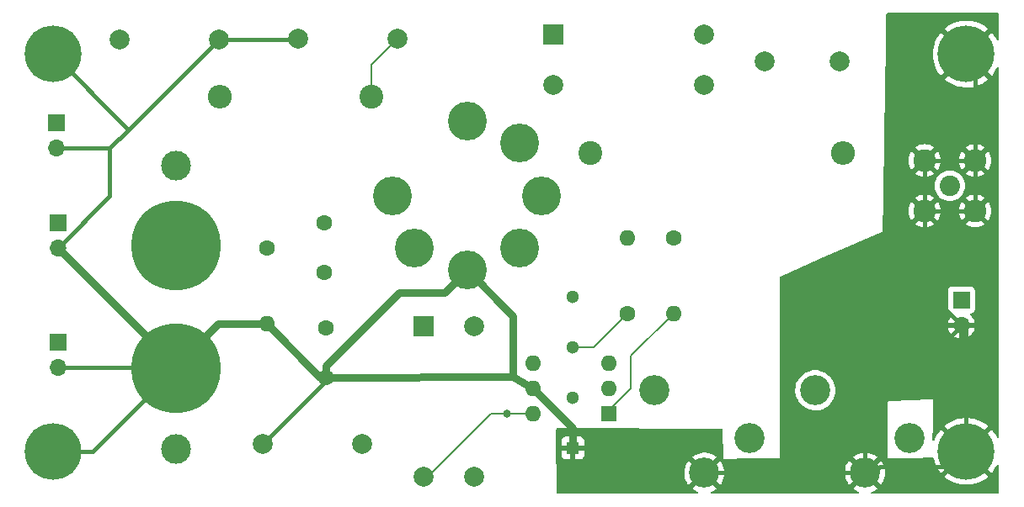
<source format=gbr>
%TF.GenerationSoftware,KiCad,Pcbnew,(6.0.7)*%
%TF.CreationDate,2022-09-09T14:56:33-07:00*%
%TF.ProjectId,12AQ5 osc amp,31324151-3520-46f7-9363-20616d702e6b,rev?*%
%TF.SameCoordinates,Original*%
%TF.FileFunction,Copper,L2,Bot*%
%TF.FilePolarity,Positive*%
%FSLAX46Y46*%
G04 Gerber Fmt 4.6, Leading zero omitted, Abs format (unit mm)*
G04 Created by KiCad (PCBNEW (6.0.7)) date 2022-09-09 14:56:33*
%MOMM*%
%LPD*%
G01*
G04 APERTURE LIST*
%TA.AperFunction,ComponentPad*%
%ADD10R,1.700000X1.700000*%
%TD*%
%TA.AperFunction,ComponentPad*%
%ADD11O,1.700000X1.700000*%
%TD*%
%TA.AperFunction,ComponentPad*%
%ADD12R,1.300000X1.300000*%
%TD*%
%TA.AperFunction,ComponentPad*%
%ADD13C,1.300000*%
%TD*%
%TA.AperFunction,ComponentPad*%
%ADD14C,3.016000*%
%TD*%
%TA.AperFunction,ComponentPad*%
%ADD15C,2.000000*%
%TD*%
%TA.AperFunction,ComponentPad*%
%ADD16C,3.900000*%
%TD*%
%TA.AperFunction,ComponentPad*%
%ADD17R,2.000000X2.000000*%
%TD*%
%TA.AperFunction,ComponentPad*%
%ADD18C,1.600000*%
%TD*%
%TA.AperFunction,ComponentPad*%
%ADD19C,3.600000*%
%TD*%
%TA.AperFunction,ConnectorPad*%
%ADD20C,5.700000*%
%TD*%
%TA.AperFunction,ComponentPad*%
%ADD21C,2.400000*%
%TD*%
%TA.AperFunction,ComponentPad*%
%ADD22O,2.400000X2.400000*%
%TD*%
%TA.AperFunction,ComponentPad*%
%ADD23C,2.050000*%
%TD*%
%TA.AperFunction,ComponentPad*%
%ADD24C,2.250000*%
%TD*%
%TA.AperFunction,ComponentPad*%
%ADD25O,1.600000X1.600000*%
%TD*%
%TA.AperFunction,ComponentPad*%
%ADD26R,1.600000X1.600000*%
%TD*%
%TA.AperFunction,ComponentPad*%
%ADD27C,3.000000*%
%TD*%
%TA.AperFunction,ComponentPad*%
%ADD28C,9.000000*%
%TD*%
%TA.AperFunction,ViaPad*%
%ADD29C,0.800000*%
%TD*%
%TA.AperFunction,Conductor*%
%ADD30C,0.800000*%
%TD*%
%TA.AperFunction,Conductor*%
%ADD31C,0.400000*%
%TD*%
%TA.AperFunction,Conductor*%
%ADD32C,0.200000*%
%TD*%
G04 APERTURE END LIST*
D10*
%TO.P,J7,1*%
%TO.N,+BATT*%
X119200000Y-141100000D03*
D11*
%TO.P,J7,2*%
%TO.N,GND*%
X119200000Y-143640000D03*
%TD*%
D12*
%TO.P,U1,1,D1*%
%TO.N,GND*%
X80150000Y-156010500D03*
D13*
%TO.P,U1,2,A*%
%TO.N,Keyer*%
X80150000Y-150930500D03*
%TO.P,U1,3,K*%
%TO.N,Net-(R3-Pad1)*%
X80150000Y-145850500D03*
%TO.P,U1,4,D2*%
%TO.N,SK*%
X80150000Y-140770500D03*
%TD*%
D14*
%TO.P,J4,1*%
%TO.N,GND*%
X93367900Y-158500000D03*
%TO.P,J4,2*%
%TO.N,Keyer*%
X97867900Y-155000000D03*
%TO.P,J4,3*%
%TO.N,unconnected-(J4-Pad3)*%
X88367900Y-150200000D03*
%TD*%
D15*
%TO.P,C6,1*%
%TO.N,RFout*%
X106950000Y-117050000D03*
%TO.P,C6,2*%
%TO.N,Net-(\u002AR1-Pad2)*%
X99450000Y-117050000D03*
%TD*%
D10*
%TO.P,J2,1*%
%TO.N,B+*%
X28250000Y-123275000D03*
D11*
%TO.P,J2,2*%
%TO.N,GND*%
X28250000Y-125815000D03*
%TD*%
D16*
%TO.P,V1,1,G1*%
%TO.N,Net-(C1-Pad1)*%
X62007000Y-130650800D03*
%TO.P,V1,2,K*%
%TO.N,Net-(C1-Pad2)*%
X64217000Y-135883000D03*
%TO.P,V1,3,F2*%
%TO.N,GND*%
X69500000Y-138093000D03*
%TO.P,V1,4,F1*%
%TO.N,+BATT*%
X74783000Y-135883000D03*
%TO.P,V1,5,A*%
%TO.N,Net-(\u002AR1-Pad1)*%
X76967600Y-130600000D03*
%TO.P,V1,6,G2*%
%TO.N,Net-(C4-Pad1)*%
X74783000Y-125317000D03*
%TO.P,V1,7,G1*%
%TO.N,unconnected-(V1-Pad7)*%
X69503311Y-123109719D03*
%TD*%
D15*
%TO.P,L2,*%
%TO.N,*%
X93342500Y-119457500D03*
X78142500Y-119457500D03*
D17*
%TO.P,L2,1*%
%TO.N,B+*%
X78142500Y-114357500D03*
D15*
%TO.P,L2,2*%
%TO.N,Net-(\u002AR1-Pad2)*%
X93342500Y-114357500D03*
%TD*%
D18*
%TO.P,C2,1*%
%TO.N,Net-(C1-Pad2)*%
X55300000Y-143900000D03*
%TO.P,C2,2*%
%TO.N,GND*%
X55300000Y-148900000D03*
%TD*%
D19*
%TO.P,H1,*%
%TO.N,GND*%
X27850000Y-156350000D03*
D20*
%TO.P,H1,1,1*%
X27850000Y-156350000D03*
%TD*%
D19*
%TO.P,H4,*%
%TO.N,GND*%
X27850000Y-116350000D03*
D20*
%TO.P,H4,1,1*%
X27850000Y-116350000D03*
%TD*%
D21*
%TO.P,\u002AR1,1*%
%TO.N,Net-(\u002AR1-Pad1)*%
X81900000Y-126350000D03*
D22*
%TO.P,\u002AR1,2*%
%TO.N,Net-(\u002AR1-Pad2)*%
X107300000Y-126350000D03*
%TD*%
D21*
%TO.P,R2,1*%
%TO.N,Net-(C4-Pad1)*%
X59920000Y-120600000D03*
D22*
%TO.P,R2,2*%
%TO.N,B+*%
X44680000Y-120600000D03*
%TD*%
D23*
%TO.P,J6,1,In*%
%TO.N,RFout*%
X118050000Y-129600000D03*
D24*
%TO.P,J6,2,Ext*%
%TO.N,GND*%
X115510000Y-127060000D03*
X115510000Y-132140000D03*
X120590000Y-132140000D03*
X120590000Y-127060000D03*
%TD*%
D18*
%TO.P,R3,1*%
%TO.N,Net-(R3-Pad1)*%
X85600000Y-142510000D03*
D25*
%TO.P,R3,2*%
%TO.N,+BATT*%
X85600000Y-134890000D03*
%TD*%
D15*
%TO.P,L1,*%
%TO.N,*%
X70192500Y-158942500D03*
X70192500Y-143742500D03*
D17*
%TO.P,L1,1*%
%TO.N,Net-(C1-Pad2)*%
X65092500Y-143742500D03*
D15*
%TO.P,L1,2*%
%TO.N,SK*%
X65092500Y-158942500D03*
%TD*%
%TO.P,C3,1*%
%TO.N,SK*%
X58950000Y-155600000D03*
%TO.P,C3,2*%
%TO.N,GND*%
X48950000Y-155600000D03*
%TD*%
D10*
%TO.P,J5,1*%
%TO.N,Net-(C1-Pad1)*%
X28400000Y-145325000D03*
D11*
%TO.P,J5,2*%
%TO.N,GND*%
X28400000Y-147865000D03*
%TD*%
D19*
%TO.P,H3,*%
%TO.N,GND*%
X119700000Y-156350000D03*
D20*
%TO.P,H3,1,1*%
X119700000Y-156350000D03*
%TD*%
D18*
%TO.P,R1,1*%
%TO.N,Net-(C1-Pad1)*%
X49350000Y-135890000D03*
D25*
%TO.P,R1,2*%
%TO.N,GND*%
X49350000Y-143510000D03*
%TD*%
D26*
%TO.P,U2,1,+_cntrl*%
%TO.N,Net-(R4-Pad2)*%
X83750000Y-152550000D03*
D25*
%TO.P,U2,2,-_cntrl*%
%TO.N,Keyer*%
X83750000Y-150010000D03*
%TO.P,U2,3,n/c*%
%TO.N,unconnected-(U2-Pad3)*%
X83750000Y-147470000D03*
%TO.P,U2,4,+_load0*%
%TO.N,SK*%
X76130000Y-147470000D03*
%TO.P,U2,5,-_load*%
%TO.N,GND*%
X76130000Y-150010000D03*
%TO.P,U2,6,+_load1*%
%TO.N,SK*%
X76130000Y-152550000D03*
%TD*%
D18*
%TO.P,C1,1*%
%TO.N,Net-(C1-Pad1)*%
X55150000Y-133300000D03*
%TO.P,C1,2*%
%TO.N,Net-(C1-Pad2)*%
X55150000Y-138300000D03*
%TD*%
%TO.P,R4,1*%
%TO.N,+BATT*%
X90250000Y-134890000D03*
D25*
%TO.P,R4,2*%
%TO.N,Net-(R4-Pad2)*%
X90250000Y-142510000D03*
%TD*%
D10*
%TO.P,J1,1*%
%TO.N,+BATT*%
X28350000Y-133300000D03*
D11*
%TO.P,J1,2*%
%TO.N,GND*%
X28350000Y-135840000D03*
%TD*%
D15*
%TO.P,C5,1*%
%TO.N,B+*%
X34550000Y-114850000D03*
%TO.P,C5,2*%
%TO.N,GND*%
X44550000Y-114850000D03*
%TD*%
%TO.P,C4,1*%
%TO.N,Net-(C4-Pad1)*%
X62550000Y-114800000D03*
%TO.P,C4,2*%
%TO.N,GND*%
X52550000Y-114800000D03*
%TD*%
D19*
%TO.P,H2,*%
%TO.N,GND*%
X119700000Y-116350000D03*
D20*
%TO.P,H2,1,1*%
X119700000Y-116350000D03*
%TD*%
D14*
%TO.P,J3,1*%
%TO.N,GND*%
X109516000Y-158500000D03*
%TO.P,J3,2*%
%TO.N,SK*%
X114016000Y-155000000D03*
%TO.P,J3,3*%
%TO.N,unconnected-(J3-Pad3)*%
X104516000Y-150200000D03*
%TD*%
D27*
%TO.P,Y1,*%
%TO.N,*%
X40250000Y-127575000D03*
X40250000Y-156075000D03*
D28*
%TO.P,Y1,1,1*%
%TO.N,Net-(C1-Pad1)*%
X40250000Y-135650000D03*
%TO.P,Y1,2,2*%
%TO.N,GND*%
X40250000Y-148000000D03*
%TD*%
D29*
%TO.N,SK*%
X73550000Y-152550000D03*
%TD*%
D30*
%TO.N,GND*%
X55300000Y-148900000D02*
X74150000Y-148843500D01*
X74150000Y-148843500D02*
X76130000Y-150010000D01*
X74150000Y-142743000D02*
X69500000Y-138093000D01*
X74150000Y-148843500D02*
X74150000Y-142743000D01*
D31*
X109516000Y-153324000D02*
X119200000Y-143640000D01*
X109516000Y-158500000D02*
X109516000Y-153324000D01*
X119700000Y-144140000D02*
X119700000Y-156350000D01*
X119200000Y-143640000D02*
X119700000Y-144140000D01*
X110450000Y-158500000D02*
X109516000Y-158500000D01*
X111050000Y-157900000D02*
X110450000Y-158500000D01*
X120590000Y-117240000D02*
X119700000Y-116350000D01*
X90878400Y-156010500D02*
X93367900Y-158500000D01*
X120590000Y-127060000D02*
X120590000Y-117240000D01*
D30*
X44480000Y-143510000D02*
X49350000Y-143510000D01*
D31*
X119700000Y-156350000D02*
X118150000Y-157900000D01*
X33585000Y-130605000D02*
X33585000Y-125815000D01*
X31900000Y-156350000D02*
X40250000Y-148000000D01*
D30*
X55300000Y-148900000D02*
X55300000Y-147700000D01*
D31*
X115510000Y-127060000D02*
X120590000Y-127060000D01*
X54740000Y-148900000D02*
X55300000Y-148900000D01*
X28400000Y-147865000D02*
X40115000Y-147865000D01*
X35425000Y-123925000D02*
X35475000Y-123925000D01*
X55300000Y-149250000D02*
X55300000Y-148900000D01*
D30*
X76130000Y-150010000D02*
X80150000Y-154030000D01*
D31*
X115510000Y-132140000D02*
X120590000Y-132140000D01*
X40250000Y-147740000D02*
X40250000Y-148000000D01*
X115510000Y-139950000D02*
X115510000Y-132140000D01*
X118150000Y-157900000D02*
X111050000Y-157900000D01*
X27850000Y-156350000D02*
X31900000Y-156350000D01*
X48950000Y-155600000D02*
X55300000Y-149250000D01*
D30*
X40250000Y-147740000D02*
X44480000Y-143510000D01*
D31*
X44550000Y-114850000D02*
X52500000Y-114850000D01*
D30*
X49350000Y-143510000D02*
X54740000Y-148900000D01*
D31*
X40115000Y-147865000D02*
X40250000Y-148000000D01*
D30*
X28350000Y-135840000D02*
X40250000Y-147740000D01*
X62650000Y-140350000D02*
X67243000Y-140350000D01*
D31*
X119200000Y-143640000D02*
X115510000Y-139950000D01*
X93367900Y-158500000D02*
X109516000Y-158500000D01*
X33585000Y-125815000D02*
X35475000Y-123925000D01*
D30*
X55300000Y-147700000D02*
X62650000Y-140350000D01*
D31*
X120590000Y-127060000D02*
X120590000Y-132140000D01*
X52500000Y-114850000D02*
X52550000Y-114800000D01*
D30*
X80150000Y-154030000D02*
X80150000Y-156010500D01*
D31*
X115510000Y-127060000D02*
X115510000Y-132140000D01*
X80150000Y-156010500D02*
X90878400Y-156010500D01*
X28350000Y-135840000D02*
X33585000Y-130605000D01*
X35475000Y-123925000D02*
X44550000Y-114850000D01*
X27850000Y-116350000D02*
X35425000Y-123925000D01*
X28250000Y-125815000D02*
X33585000Y-125815000D01*
D30*
X67243000Y-140350000D02*
X69500000Y-138093000D01*
D32*
%TO.N,Net-(R3-Pad1)*%
X82259500Y-145850500D02*
X85600000Y-142510000D01*
X80150000Y-145850500D02*
X82259500Y-145850500D01*
%TO.N,SK*%
X71950000Y-152550000D02*
X73550000Y-152550000D01*
X65000000Y-159500000D02*
X71950000Y-152550000D01*
X73550000Y-152550000D02*
X76130000Y-152550000D01*
%TO.N,Net-(R4-Pad2)*%
X86000000Y-150011001D02*
X86000000Y-146760000D01*
X83750000Y-152261001D02*
X86000000Y-150011001D01*
X86000000Y-146760000D02*
X90250000Y-142510000D01*
X83750000Y-152550000D02*
X83750000Y-152261001D01*
%TO.N,Net-(C4-Pad1)*%
X62550000Y-114800000D02*
X59920000Y-117430000D01*
X59920000Y-117430000D02*
X59920000Y-120600000D01*
%TD*%
%TA.AperFunction,Conductor*%
%TO.N,GND*%
G36*
X122933621Y-112228502D02*
G01*
X122980114Y-112282158D01*
X122991500Y-112334500D01*
X122991500Y-114883378D01*
X122971498Y-114951499D01*
X122917842Y-114997992D01*
X122847568Y-115008096D01*
X122782988Y-114978602D01*
X122753308Y-114939139D01*
X122752794Y-114939411D01*
X122584194Y-114620981D01*
X122580682Y-114615137D01*
X122380588Y-114319598D01*
X122376467Y-114314170D01*
X122259041Y-114175704D01*
X122246215Y-114167267D01*
X122235890Y-114173320D01*
X120072022Y-116337188D01*
X120064408Y-116351132D01*
X120064539Y-116352965D01*
X120068790Y-116359580D01*
X122234463Y-118525253D01*
X122248060Y-118532678D01*
X122257669Y-118525981D01*
X122362197Y-118404457D01*
X122366346Y-118399069D01*
X122568503Y-118104929D01*
X122572050Y-118099118D01*
X122741250Y-117784879D01*
X122744157Y-117778701D01*
X122748757Y-117767374D01*
X122792919Y-117711783D01*
X122860124Y-117688893D01*
X122929036Y-117705970D01*
X122977776Y-117757593D01*
X122991500Y-117814778D01*
X122991500Y-150785110D01*
X116382693Y-151096113D01*
X113842366Y-151215658D01*
X111014060Y-151348755D01*
X111136460Y-143907966D01*
X117868257Y-143907966D01*
X117898565Y-144042446D01*
X117901645Y-144052275D01*
X117981770Y-144249603D01*
X117986413Y-144258794D01*
X118097694Y-144440388D01*
X118103777Y-144448699D01*
X118243213Y-144609667D01*
X118250580Y-144616883D01*
X118414434Y-144752916D01*
X118422881Y-144758831D01*
X118606756Y-144866279D01*
X118616042Y-144870729D01*
X118815001Y-144946703D01*
X118824899Y-144949579D01*
X118928250Y-144970606D01*
X118942299Y-144969410D01*
X118946000Y-144959065D01*
X118946000Y-144958517D01*
X119454000Y-144958517D01*
X119458064Y-144972359D01*
X119471478Y-144974393D01*
X119478184Y-144973534D01*
X119488262Y-144971392D01*
X119692255Y-144910191D01*
X119701842Y-144906433D01*
X119893095Y-144812739D01*
X119901945Y-144807464D01*
X120075328Y-144683792D01*
X120083200Y-144677139D01*
X120234052Y-144526812D01*
X120240730Y-144518965D01*
X120365003Y-144346020D01*
X120370313Y-144337183D01*
X120464670Y-144146267D01*
X120468469Y-144136672D01*
X120530377Y-143932910D01*
X120532555Y-143922837D01*
X120533986Y-143911962D01*
X120531775Y-143897778D01*
X120518617Y-143894000D01*
X119472115Y-143894000D01*
X119456876Y-143898475D01*
X119455671Y-143899865D01*
X119454000Y-143907548D01*
X119454000Y-144958517D01*
X118946000Y-144958517D01*
X118946000Y-143912115D01*
X118941525Y-143896876D01*
X118940135Y-143895671D01*
X118932452Y-143894000D01*
X117883225Y-143894000D01*
X117869694Y-143897973D01*
X117868257Y-143907966D01*
X111136460Y-143907966D01*
X111167877Y-141998134D01*
X117841500Y-141998134D01*
X117848255Y-142060316D01*
X117899385Y-142196705D01*
X117986739Y-142313261D01*
X118103295Y-142400615D01*
X118111704Y-142403767D01*
X118111705Y-142403768D01*
X118220960Y-142444726D01*
X118277725Y-142487367D01*
X118302425Y-142553929D01*
X118287218Y-142623278D01*
X118267825Y-142649759D01*
X118144590Y-142778717D01*
X118138104Y-142786727D01*
X118018098Y-142962649D01*
X118013000Y-142971623D01*
X117923338Y-143164783D01*
X117919775Y-143174470D01*
X117864389Y-143374183D01*
X117865912Y-143382607D01*
X117878292Y-143386000D01*
X120518344Y-143386000D01*
X120531875Y-143382027D01*
X120533180Y-143372947D01*
X120491214Y-143205875D01*
X120487894Y-143196124D01*
X120402972Y-143000814D01*
X120398105Y-142991739D01*
X120282426Y-142812926D01*
X120276136Y-142804757D01*
X120132293Y-142646677D01*
X120101241Y-142582831D01*
X120109635Y-142512333D01*
X120154812Y-142457564D01*
X120181256Y-142443895D01*
X120288297Y-142403767D01*
X120296705Y-142400615D01*
X120413261Y-142313261D01*
X120500615Y-142196705D01*
X120551745Y-142060316D01*
X120558500Y-141998134D01*
X120558500Y-140201866D01*
X120551745Y-140139684D01*
X120500615Y-140003295D01*
X120413261Y-139886739D01*
X120296705Y-139799385D01*
X120160316Y-139748255D01*
X120098134Y-139741500D01*
X118301866Y-139741500D01*
X118239684Y-139748255D01*
X118103295Y-139799385D01*
X117986739Y-139886739D01*
X117899385Y-140003295D01*
X117848255Y-140139684D01*
X117841500Y-140201866D01*
X117841500Y-141998134D01*
X111167877Y-141998134D01*
X111308255Y-133464471D01*
X114550884Y-133464471D01*
X114554570Y-133469740D01*
X114762121Y-133596927D01*
X114770915Y-133601408D01*
X114999242Y-133695984D01*
X115008627Y-133699033D01*
X115248940Y-133756728D01*
X115258687Y-133758271D01*
X115505070Y-133777662D01*
X115514930Y-133777662D01*
X115761313Y-133758271D01*
X115771060Y-133756728D01*
X116011373Y-133699033D01*
X116020758Y-133695984D01*
X116249085Y-133601408D01*
X116257879Y-133596927D01*
X116463928Y-133470660D01*
X116467968Y-133464471D01*
X119630884Y-133464471D01*
X119634570Y-133469740D01*
X119842121Y-133596927D01*
X119850915Y-133601408D01*
X120079242Y-133695984D01*
X120088627Y-133699033D01*
X120328940Y-133756728D01*
X120338687Y-133758271D01*
X120585070Y-133777662D01*
X120594930Y-133777662D01*
X120841313Y-133758271D01*
X120851060Y-133756728D01*
X121091373Y-133699033D01*
X121100758Y-133695984D01*
X121329085Y-133601408D01*
X121337879Y-133596927D01*
X121543928Y-133470660D01*
X121549190Y-133462599D01*
X121543183Y-133452393D01*
X120602812Y-132512022D01*
X120588868Y-132504408D01*
X120587035Y-132504539D01*
X120580420Y-132508790D01*
X119638276Y-133450934D01*
X119630884Y-133464471D01*
X116467968Y-133464471D01*
X116469190Y-133462599D01*
X116463183Y-133452393D01*
X115522812Y-132512022D01*
X115508868Y-132504408D01*
X115507035Y-132504539D01*
X115500420Y-132508790D01*
X114558276Y-133450934D01*
X114550884Y-133464471D01*
X111308255Y-133464471D01*
X111314264Y-133099190D01*
X111329961Y-132144930D01*
X113872338Y-132144930D01*
X113891729Y-132391313D01*
X113893272Y-132401060D01*
X113950967Y-132641373D01*
X113954016Y-132650758D01*
X114048592Y-132879085D01*
X114053073Y-132887879D01*
X114179340Y-133093928D01*
X114187401Y-133099190D01*
X114197607Y-133093183D01*
X115137978Y-132152812D01*
X115144356Y-132141132D01*
X115874408Y-132141132D01*
X115874539Y-132142965D01*
X115878790Y-132149580D01*
X116820934Y-133091724D01*
X116834471Y-133099116D01*
X116839740Y-133095430D01*
X116966927Y-132887879D01*
X116971408Y-132879085D01*
X117065984Y-132650758D01*
X117069033Y-132641373D01*
X117126728Y-132401060D01*
X117128271Y-132391313D01*
X117147662Y-132144930D01*
X118952338Y-132144930D01*
X118971729Y-132391313D01*
X118973272Y-132401060D01*
X119030967Y-132641373D01*
X119034016Y-132650758D01*
X119128592Y-132879085D01*
X119133073Y-132887879D01*
X119259340Y-133093928D01*
X119267401Y-133099190D01*
X119277607Y-133093183D01*
X120217978Y-132152812D01*
X120224356Y-132141132D01*
X120954408Y-132141132D01*
X120954539Y-132142965D01*
X120958790Y-132149580D01*
X121900934Y-133091724D01*
X121914471Y-133099116D01*
X121919740Y-133095430D01*
X122046927Y-132887879D01*
X122051408Y-132879085D01*
X122145984Y-132650758D01*
X122149033Y-132641373D01*
X122206728Y-132401060D01*
X122208271Y-132391313D01*
X122227662Y-132144930D01*
X122227662Y-132135070D01*
X122208271Y-131888687D01*
X122206728Y-131878940D01*
X122149033Y-131638627D01*
X122145984Y-131629242D01*
X122051408Y-131400915D01*
X122046927Y-131392121D01*
X121920660Y-131186072D01*
X121912599Y-131180810D01*
X121902393Y-131186817D01*
X120962022Y-132127188D01*
X120954408Y-132141132D01*
X120224356Y-132141132D01*
X120225592Y-132138868D01*
X120225461Y-132137035D01*
X120221210Y-132130420D01*
X119279066Y-131188276D01*
X119265529Y-131180884D01*
X119260260Y-131184570D01*
X119133073Y-131392121D01*
X119128592Y-131400915D01*
X119034016Y-131629242D01*
X119030967Y-131638627D01*
X118973272Y-131878940D01*
X118971729Y-131888687D01*
X118952338Y-132135070D01*
X118952338Y-132144930D01*
X117147662Y-132144930D01*
X117147662Y-132135070D01*
X117128271Y-131888687D01*
X117126728Y-131878940D01*
X117069033Y-131638627D01*
X117065984Y-131629242D01*
X116971408Y-131400915D01*
X116966927Y-131392121D01*
X116840660Y-131186072D01*
X116832599Y-131180810D01*
X116822393Y-131186817D01*
X115882022Y-132127188D01*
X115874408Y-132141132D01*
X115144356Y-132141132D01*
X115145592Y-132138868D01*
X115145461Y-132137035D01*
X115141210Y-132130420D01*
X114199066Y-131188276D01*
X114185529Y-131180884D01*
X114180260Y-131184570D01*
X114053073Y-131392121D01*
X114048592Y-131400915D01*
X113954016Y-131629242D01*
X113950967Y-131638627D01*
X113893272Y-131878940D01*
X113891729Y-131888687D01*
X113872338Y-132135070D01*
X113872338Y-132144930D01*
X111329961Y-132144930D01*
X111347740Y-131064110D01*
X111351798Y-130817401D01*
X114550810Y-130817401D01*
X114556817Y-130827607D01*
X115497188Y-131767978D01*
X115511132Y-131775592D01*
X115512965Y-131775461D01*
X115519580Y-131771210D01*
X116461724Y-130829066D01*
X116469116Y-130815529D01*
X116465430Y-130810260D01*
X116257879Y-130683073D01*
X116249085Y-130678592D01*
X116020758Y-130584016D01*
X116011373Y-130580967D01*
X115771060Y-130523272D01*
X115761313Y-130521729D01*
X115514930Y-130502338D01*
X115505070Y-130502338D01*
X115258687Y-130521729D01*
X115248940Y-130523272D01*
X115008627Y-130580967D01*
X114999242Y-130584016D01*
X114770915Y-130678592D01*
X114762121Y-130683073D01*
X114556072Y-130809340D01*
X114550810Y-130817401D01*
X111351798Y-130817401D01*
X111371824Y-129600000D01*
X116511758Y-129600000D01*
X116530696Y-129840634D01*
X116531850Y-129845441D01*
X116531851Y-129845447D01*
X116567267Y-129992961D01*
X116587045Y-130075343D01*
X116679416Y-130298347D01*
X116805536Y-130504156D01*
X116962299Y-130687701D01*
X117145844Y-130844464D01*
X117351653Y-130970584D01*
X117356223Y-130972477D01*
X117356227Y-130972479D01*
X117570084Y-131061061D01*
X117574657Y-131062955D01*
X117657039Y-131082733D01*
X117804553Y-131118149D01*
X117804559Y-131118150D01*
X117809366Y-131119304D01*
X118050000Y-131138242D01*
X118290634Y-131119304D01*
X118295441Y-131118150D01*
X118295447Y-131118149D01*
X118442961Y-131082733D01*
X118525343Y-131062955D01*
X118529916Y-131061061D01*
X118743773Y-130972479D01*
X118743777Y-130972477D01*
X118748347Y-130970584D01*
X118954156Y-130844464D01*
X118985843Y-130817401D01*
X119630810Y-130817401D01*
X119636817Y-130827607D01*
X120577188Y-131767978D01*
X120591132Y-131775592D01*
X120592965Y-131775461D01*
X120599580Y-131771210D01*
X121541724Y-130829066D01*
X121549116Y-130815529D01*
X121545430Y-130810260D01*
X121337879Y-130683073D01*
X121329085Y-130678592D01*
X121100758Y-130584016D01*
X121091373Y-130580967D01*
X120851060Y-130523272D01*
X120841313Y-130521729D01*
X120594930Y-130502338D01*
X120585070Y-130502338D01*
X120338687Y-130521729D01*
X120328940Y-130523272D01*
X120088627Y-130580967D01*
X120079242Y-130584016D01*
X119850915Y-130678592D01*
X119842121Y-130683073D01*
X119636072Y-130809340D01*
X119630810Y-130817401D01*
X118985843Y-130817401D01*
X119137701Y-130687701D01*
X119294464Y-130504156D01*
X119420584Y-130298347D01*
X119512955Y-130075343D01*
X119532733Y-129992961D01*
X119568149Y-129845447D01*
X119568150Y-129845441D01*
X119569304Y-129840634D01*
X119588242Y-129600000D01*
X119569304Y-129359366D01*
X119568150Y-129354559D01*
X119568149Y-129354553D01*
X119514110Y-129129469D01*
X119512955Y-129124657D01*
X119420584Y-128901653D01*
X119294464Y-128695844D01*
X119137701Y-128512299D01*
X118988034Y-128384471D01*
X119630884Y-128384471D01*
X119634570Y-128389740D01*
X119842121Y-128516927D01*
X119850915Y-128521408D01*
X120079242Y-128615984D01*
X120088627Y-128619033D01*
X120328940Y-128676728D01*
X120338687Y-128678271D01*
X120585070Y-128697662D01*
X120594930Y-128697662D01*
X120841313Y-128678271D01*
X120851060Y-128676728D01*
X121091373Y-128619033D01*
X121100758Y-128615984D01*
X121329085Y-128521408D01*
X121337879Y-128516927D01*
X121543928Y-128390660D01*
X121549190Y-128382599D01*
X121543183Y-128372393D01*
X120602812Y-127432022D01*
X120588868Y-127424408D01*
X120587035Y-127424539D01*
X120580420Y-127428790D01*
X119638276Y-128370934D01*
X119630884Y-128384471D01*
X118988034Y-128384471D01*
X118954156Y-128355536D01*
X118748347Y-128229416D01*
X118743777Y-128227523D01*
X118743773Y-128227521D01*
X118529916Y-128138939D01*
X118529914Y-128138938D01*
X118525343Y-128137045D01*
X118442961Y-128117267D01*
X118295447Y-128081851D01*
X118295441Y-128081850D01*
X118290634Y-128080696D01*
X118050000Y-128061758D01*
X117809366Y-128080696D01*
X117804559Y-128081850D01*
X117804553Y-128081851D01*
X117657039Y-128117267D01*
X117574657Y-128137045D01*
X117570086Y-128138938D01*
X117570084Y-128138939D01*
X117356227Y-128227521D01*
X117356223Y-128227523D01*
X117351653Y-128229416D01*
X117145844Y-128355536D01*
X116962299Y-128512299D01*
X116805536Y-128695844D01*
X116679416Y-128901653D01*
X116587045Y-129124657D01*
X116585890Y-129129469D01*
X116531851Y-129354553D01*
X116531850Y-129354559D01*
X116530696Y-129359366D01*
X116511758Y-129600000D01*
X111371824Y-129600000D01*
X111391820Y-128384471D01*
X114550884Y-128384471D01*
X114554570Y-128389740D01*
X114762121Y-128516927D01*
X114770915Y-128521408D01*
X114999242Y-128615984D01*
X115008627Y-128619033D01*
X115248940Y-128676728D01*
X115258687Y-128678271D01*
X115505070Y-128697662D01*
X115514930Y-128697662D01*
X115761313Y-128678271D01*
X115771060Y-128676728D01*
X116011373Y-128619033D01*
X116020758Y-128615984D01*
X116249085Y-128521408D01*
X116257879Y-128516927D01*
X116463928Y-128390660D01*
X116469190Y-128382599D01*
X116463183Y-128372393D01*
X115522812Y-127432022D01*
X115508868Y-127424408D01*
X115507035Y-127424539D01*
X115500420Y-127428790D01*
X114558276Y-128370934D01*
X114550884Y-128384471D01*
X111391820Y-128384471D01*
X111413526Y-127064930D01*
X113872338Y-127064930D01*
X113891729Y-127311313D01*
X113893272Y-127321060D01*
X113950967Y-127561373D01*
X113954016Y-127570758D01*
X114048592Y-127799085D01*
X114053073Y-127807879D01*
X114179340Y-128013928D01*
X114187401Y-128019190D01*
X114197607Y-128013183D01*
X115137978Y-127072812D01*
X115144356Y-127061132D01*
X115874408Y-127061132D01*
X115874539Y-127062965D01*
X115878790Y-127069580D01*
X116820934Y-128011724D01*
X116834471Y-128019116D01*
X116839740Y-128015430D01*
X116966927Y-127807879D01*
X116971408Y-127799085D01*
X117065984Y-127570758D01*
X117069033Y-127561373D01*
X117126728Y-127321060D01*
X117128271Y-127311313D01*
X117147662Y-127064930D01*
X118952338Y-127064930D01*
X118971729Y-127311313D01*
X118973272Y-127321060D01*
X119030967Y-127561373D01*
X119034016Y-127570758D01*
X119128592Y-127799085D01*
X119133073Y-127807879D01*
X119259340Y-128013928D01*
X119267401Y-128019190D01*
X119277607Y-128013183D01*
X120217978Y-127072812D01*
X120224356Y-127061132D01*
X120954408Y-127061132D01*
X120954539Y-127062965D01*
X120958790Y-127069580D01*
X121900934Y-128011724D01*
X121914471Y-128019116D01*
X121919740Y-128015430D01*
X122046927Y-127807879D01*
X122051408Y-127799085D01*
X122145984Y-127570758D01*
X122149033Y-127561373D01*
X122206728Y-127321060D01*
X122208271Y-127311313D01*
X122227662Y-127064930D01*
X122227662Y-127055070D01*
X122208271Y-126808687D01*
X122206728Y-126798940D01*
X122149033Y-126558627D01*
X122145984Y-126549242D01*
X122051408Y-126320915D01*
X122046927Y-126312121D01*
X121920660Y-126106072D01*
X121912599Y-126100810D01*
X121902393Y-126106817D01*
X120962022Y-127047188D01*
X120954408Y-127061132D01*
X120224356Y-127061132D01*
X120225592Y-127058868D01*
X120225461Y-127057035D01*
X120221210Y-127050420D01*
X119279066Y-126108276D01*
X119265529Y-126100884D01*
X119260260Y-126104570D01*
X119133073Y-126312121D01*
X119128592Y-126320915D01*
X119034016Y-126549242D01*
X119030967Y-126558627D01*
X118973272Y-126798940D01*
X118971729Y-126808687D01*
X118952338Y-127055070D01*
X118952338Y-127064930D01*
X117147662Y-127064930D01*
X117147662Y-127055070D01*
X117128271Y-126808687D01*
X117126728Y-126798940D01*
X117069033Y-126558627D01*
X117065984Y-126549242D01*
X116971408Y-126320915D01*
X116966927Y-126312121D01*
X116840660Y-126106072D01*
X116832599Y-126100810D01*
X116822393Y-126106817D01*
X115882022Y-127047188D01*
X115874408Y-127061132D01*
X115144356Y-127061132D01*
X115145592Y-127058868D01*
X115145461Y-127057035D01*
X115141210Y-127050420D01*
X114199066Y-126108276D01*
X114185529Y-126100884D01*
X114180260Y-126104570D01*
X114053073Y-126312121D01*
X114048592Y-126320915D01*
X113954016Y-126549242D01*
X113950967Y-126558627D01*
X113893272Y-126798940D01*
X113891729Y-126808687D01*
X113872338Y-127055070D01*
X113872338Y-127064930D01*
X111413526Y-127064930D01*
X111435364Y-125737401D01*
X114550810Y-125737401D01*
X114556817Y-125747607D01*
X115497188Y-126687978D01*
X115511132Y-126695592D01*
X115512965Y-126695461D01*
X115519580Y-126691210D01*
X116461724Y-125749066D01*
X116468094Y-125737401D01*
X119630810Y-125737401D01*
X119636817Y-125747607D01*
X120577188Y-126687978D01*
X120591132Y-126695592D01*
X120592965Y-126695461D01*
X120599580Y-126691210D01*
X121541724Y-125749066D01*
X121549116Y-125735529D01*
X121545430Y-125730260D01*
X121337879Y-125603073D01*
X121329085Y-125598592D01*
X121100758Y-125504016D01*
X121091373Y-125500967D01*
X120851060Y-125443272D01*
X120841313Y-125441729D01*
X120594930Y-125422338D01*
X120585070Y-125422338D01*
X120338687Y-125441729D01*
X120328940Y-125443272D01*
X120088627Y-125500967D01*
X120079242Y-125504016D01*
X119850915Y-125598592D01*
X119842121Y-125603073D01*
X119636072Y-125729340D01*
X119630810Y-125737401D01*
X116468094Y-125737401D01*
X116469116Y-125735529D01*
X116465430Y-125730260D01*
X116257879Y-125603073D01*
X116249085Y-125598592D01*
X116020758Y-125504016D01*
X116011373Y-125500967D01*
X115771060Y-125443272D01*
X115761313Y-125441729D01*
X115514930Y-125422338D01*
X115505070Y-125422338D01*
X115258687Y-125441729D01*
X115248940Y-125443272D01*
X115008627Y-125500967D01*
X114999242Y-125504016D01*
X114770915Y-125598592D01*
X114762121Y-125603073D01*
X114556072Y-125729340D01*
X114550810Y-125737401D01*
X111435364Y-125737401D01*
X111547810Y-118901745D01*
X117513795Y-118901745D01*
X117513871Y-118902815D01*
X117517055Y-118907648D01*
X117797342Y-119122720D01*
X117802972Y-119126575D01*
X118107929Y-119311992D01*
X118113931Y-119315210D01*
X118437139Y-119466611D01*
X118443444Y-119469159D01*
X118781117Y-119584771D01*
X118787668Y-119586624D01*
X119135838Y-119665087D01*
X119142557Y-119666224D01*
X119497174Y-119706628D01*
X119503964Y-119707031D01*
X119860865Y-119708899D01*
X119867666Y-119708567D01*
X120222686Y-119671880D01*
X120229414Y-119670814D01*
X120578402Y-119595997D01*
X120584950Y-119594218D01*
X120923820Y-119482147D01*
X120930162Y-119479661D01*
X121254921Y-119331660D01*
X121260975Y-119328495D01*
X121567839Y-119146293D01*
X121573520Y-119142490D01*
X121858918Y-118928207D01*
X121864145Y-118923821D01*
X121876988Y-118911803D01*
X121885057Y-118898123D01*
X121885029Y-118897398D01*
X121879887Y-118889097D01*
X119712812Y-116722022D01*
X119698868Y-116714408D01*
X119697035Y-116714539D01*
X119690420Y-116718790D01*
X117521409Y-118887801D01*
X117513795Y-118901745D01*
X111547810Y-118901745D01*
X111589923Y-116341657D01*
X116337260Y-116341657D01*
X116355318Y-116698127D01*
X116356028Y-116704883D01*
X116412478Y-117057305D01*
X116413917Y-117063960D01*
X116508094Y-117408215D01*
X116510243Y-117414676D01*
X116641053Y-117746756D01*
X116643884Y-117752939D01*
X116809792Y-118068949D01*
X116813275Y-118074791D01*
X117012340Y-118371031D01*
X117016442Y-118376475D01*
X117140942Y-118524322D01*
X117153680Y-118532764D01*
X117164124Y-118526666D01*
X119327978Y-116362812D01*
X119335592Y-116348868D01*
X119335461Y-116347035D01*
X119331210Y-116340420D01*
X117165527Y-114174737D01*
X117151990Y-114167345D01*
X117142289Y-114174132D01*
X117030649Y-114304847D01*
X117026515Y-114310255D01*
X116825394Y-114605086D01*
X116821859Y-114610923D01*
X116653754Y-114925757D01*
X116650878Y-114931926D01*
X116517754Y-115263081D01*
X116515561Y-115269521D01*
X116418979Y-115613121D01*
X116417496Y-115619756D01*
X116358589Y-115971773D01*
X116357830Y-115978545D01*
X116337284Y-116334862D01*
X116337260Y-116341657D01*
X111589923Y-116341657D01*
X111631709Y-113801492D01*
X117514580Y-113801492D01*
X117514615Y-113802333D01*
X117519667Y-113810457D01*
X119687188Y-115977978D01*
X119701132Y-115985592D01*
X119702965Y-115985461D01*
X119709580Y-115981210D01*
X121878166Y-113812624D01*
X121885780Y-113798680D01*
X121885712Y-113797723D01*
X121880771Y-113790251D01*
X121876870Y-113786931D01*
X121592958Y-113570649D01*
X121587332Y-113566825D01*
X121281722Y-113382469D01*
X121275710Y-113379272D01*
X120951966Y-113228995D01*
X120945666Y-113226475D01*
X120607595Y-113112045D01*
X120601017Y-113110209D01*
X120252592Y-113032965D01*
X120245857Y-113031850D01*
X119891106Y-112992685D01*
X119884324Y-112992306D01*
X119527395Y-112991683D01*
X119520622Y-112992038D01*
X119165714Y-113029966D01*
X119159005Y-113031053D01*
X118810289Y-113107086D01*
X118803714Y-113108897D01*
X118465250Y-113222145D01*
X118458928Y-113224648D01*
X118134680Y-113373785D01*
X118128637Y-113376971D01*
X117822404Y-113560248D01*
X117816744Y-113564066D01*
X117532094Y-113779346D01*
X117526891Y-113783742D01*
X117522601Y-113787785D01*
X117514580Y-113801492D01*
X111631709Y-113801492D01*
X111655875Y-112332426D01*
X111676994Y-112264645D01*
X111731407Y-112219041D01*
X111781857Y-112208500D01*
X122865500Y-112208500D01*
X122933621Y-112228502D01*
G37*
%TD.AperFunction*%
%TD*%
%TA.AperFunction,Conductor*%
%TO.N,GND*%
G36*
X122991500Y-154883378D02*
G01*
X122971498Y-154951499D01*
X122917842Y-154997992D01*
X122847568Y-155008096D01*
X122782988Y-154978602D01*
X122753308Y-154939139D01*
X122752794Y-154939411D01*
X122584194Y-154620981D01*
X122580682Y-154615137D01*
X122380588Y-154319598D01*
X122376467Y-154314170D01*
X122259041Y-154175704D01*
X122246215Y-154167267D01*
X122235890Y-154173320D01*
X120072022Y-156337188D01*
X120064408Y-156351132D01*
X120064539Y-156352965D01*
X120068790Y-156359580D01*
X122234463Y-158525253D01*
X122248060Y-158532678D01*
X122257669Y-158525981D01*
X122362197Y-158404457D01*
X122366346Y-158399069D01*
X122568503Y-158104929D01*
X122572050Y-158099118D01*
X122741250Y-157784879D01*
X122744157Y-157778701D01*
X122748757Y-157767374D01*
X122792919Y-157711783D01*
X122860124Y-157688893D01*
X122929036Y-157705970D01*
X122977776Y-157757593D01*
X122991500Y-157814778D01*
X122991500Y-160515500D01*
X122971498Y-160583621D01*
X122917842Y-160630114D01*
X122865500Y-160641500D01*
X116175184Y-160641500D01*
X116213005Y-158901745D01*
X117513795Y-158901745D01*
X117513871Y-158902815D01*
X117517055Y-158907648D01*
X117797342Y-159122720D01*
X117802972Y-159126575D01*
X118107929Y-159311992D01*
X118113931Y-159315210D01*
X118437139Y-159466611D01*
X118443444Y-159469159D01*
X118781117Y-159584771D01*
X118787668Y-159586624D01*
X119135838Y-159665087D01*
X119142557Y-159666224D01*
X119497174Y-159706628D01*
X119503964Y-159707031D01*
X119860865Y-159708899D01*
X119867666Y-159708567D01*
X120222686Y-159671880D01*
X120229414Y-159670814D01*
X120578402Y-159595997D01*
X120584950Y-159594218D01*
X120923820Y-159482147D01*
X120930162Y-159479661D01*
X121254921Y-159331660D01*
X121260975Y-159328495D01*
X121567839Y-159146293D01*
X121573520Y-159142490D01*
X121858918Y-158928207D01*
X121864145Y-158923821D01*
X121876988Y-158911803D01*
X121885057Y-158898123D01*
X121885029Y-158897398D01*
X121879887Y-158889097D01*
X119712812Y-156722022D01*
X119698868Y-156714408D01*
X119697035Y-156714539D01*
X119690420Y-156718790D01*
X117521409Y-158887801D01*
X117513795Y-158901745D01*
X116213005Y-158901745D01*
X116254434Y-156996017D01*
X116261118Y-156994020D01*
X116332114Y-156993688D01*
X116392019Y-157031792D01*
X116418715Y-157081501D01*
X116508094Y-157408215D01*
X116510243Y-157414676D01*
X116641053Y-157746756D01*
X116643884Y-157752939D01*
X116809792Y-158068949D01*
X116813275Y-158074791D01*
X117012340Y-158371031D01*
X117016442Y-158376475D01*
X117140942Y-158524322D01*
X117153680Y-158532764D01*
X117164124Y-158526666D01*
X119327978Y-156362812D01*
X119335592Y-156348868D01*
X119335461Y-156347035D01*
X119331210Y-156340420D01*
X117165527Y-154174737D01*
X117151990Y-154167345D01*
X117142289Y-154174132D01*
X117030649Y-154304847D01*
X117026515Y-154310255D01*
X116825394Y-154605086D01*
X116821859Y-154610923D01*
X116653754Y-154925757D01*
X116650878Y-154931926D01*
X116537112Y-155214926D01*
X116493145Y-155270670D01*
X116426020Y-155293795D01*
X116357049Y-155276958D01*
X116308129Y-155225505D01*
X116294235Y-155165191D01*
X116323881Y-153801492D01*
X117514580Y-153801492D01*
X117514615Y-153802333D01*
X117519667Y-153810457D01*
X119687188Y-155977978D01*
X119701132Y-155985592D01*
X119702965Y-155985461D01*
X119709580Y-155981210D01*
X121878166Y-153812624D01*
X121885780Y-153798680D01*
X121885712Y-153797723D01*
X121880771Y-153790251D01*
X121876870Y-153786931D01*
X121592958Y-153570649D01*
X121587332Y-153566825D01*
X121281722Y-153382469D01*
X121275710Y-153379272D01*
X120951966Y-153228995D01*
X120945666Y-153226475D01*
X120607595Y-153112045D01*
X120601017Y-153110209D01*
X120252592Y-153032965D01*
X120245857Y-153031850D01*
X119891106Y-152992685D01*
X119884324Y-152992306D01*
X119527395Y-152991683D01*
X119520622Y-152992038D01*
X119165714Y-153029966D01*
X119159005Y-153031053D01*
X118810289Y-153107086D01*
X118803714Y-153108897D01*
X118465250Y-153222145D01*
X118458928Y-153224648D01*
X118134680Y-153373785D01*
X118128637Y-153376971D01*
X117822404Y-153560248D01*
X117816744Y-153564066D01*
X117532094Y-153779346D01*
X117526891Y-153783742D01*
X117522601Y-153787785D01*
X117514580Y-153801492D01*
X116323881Y-153801492D01*
X116336381Y-153226475D01*
X116400000Y-150300000D01*
X122991500Y-150018011D01*
X122991500Y-154883378D01*
G37*
%TD.AperFunction*%
%TD*%
%TA.AperFunction,Conductor*%
%TO.N,GND*%
G36*
X95077402Y-154049634D02*
G01*
X95145463Y-154069839D01*
X95191795Y-154123633D01*
X95202989Y-154172561D01*
X95273928Y-157081077D01*
X95273929Y-157081080D01*
X95293886Y-157899300D01*
X95223848Y-157701520D01*
X95220451Y-157693670D01*
X95098309Y-157457024D01*
X95093881Y-157449712D01*
X94973674Y-157278675D01*
X94963152Y-157270295D01*
X94949764Y-157277347D01*
X93739920Y-158487190D01*
X93732308Y-158501131D01*
X93732439Y-158502966D01*
X93736690Y-158509580D01*
X94949353Y-159722242D01*
X94961563Y-159728910D01*
X94973061Y-159720221D01*
X95071505Y-159586206D01*
X95076089Y-159578983D01*
X95203153Y-159344959D01*
X95206721Y-159337165D01*
X95300850Y-159088062D01*
X95303324Y-159079867D01*
X95320817Y-159003489D01*
X95360769Y-160641500D01*
X94099452Y-160641500D01*
X94031331Y-160621498D01*
X93984838Y-160567842D01*
X93974734Y-160497568D01*
X94004228Y-160432988D01*
X94051234Y-160399091D01*
X94262414Y-160311617D01*
X94270082Y-160307811D01*
X94500005Y-160173455D01*
X94507086Y-160168642D01*
X94588253Y-160105000D01*
X94596723Y-160093141D01*
X94590206Y-160081517D01*
X93380710Y-158872020D01*
X93366769Y-158864408D01*
X93364934Y-158864539D01*
X93358320Y-158868790D01*
X92145131Y-160081980D01*
X92137839Y-160095334D01*
X92144892Y-160105305D01*
X92176864Y-160132038D01*
X92183796Y-160137073D01*
X92409365Y-160278573D01*
X92416932Y-160282630D01*
X92659624Y-160392209D01*
X92671670Y-160396689D01*
X92671161Y-160398059D01*
X92725579Y-160433215D01*
X92754918Y-160497866D01*
X92744646Y-160568116D01*
X92698026Y-160621660D01*
X92630158Y-160641500D01*
X78613664Y-160641500D01*
X78545543Y-160621498D01*
X78499050Y-160567842D01*
X78487666Y-160516228D01*
X78475914Y-158483120D01*
X91347547Y-158483120D01*
X91362876Y-158748975D01*
X91363949Y-158757475D01*
X91415218Y-159018791D01*
X91417431Y-159027053D01*
X91503692Y-159279001D01*
X91507008Y-159286888D01*
X91626662Y-159524795D01*
X91631019Y-159532161D01*
X91761494Y-159722003D01*
X91771747Y-159730347D01*
X91785488Y-159723201D01*
X92995880Y-158512810D01*
X93003492Y-158498869D01*
X93003361Y-158497034D01*
X92999110Y-158490420D01*
X91785981Y-157277292D01*
X91773970Y-157270733D01*
X91762232Y-157279701D01*
X91653018Y-157431688D01*
X91648506Y-157438964D01*
X91523894Y-157674316D01*
X91520415Y-157682130D01*
X91428899Y-157932209D01*
X91426510Y-157940432D01*
X91369780Y-158200622D01*
X91368531Y-158209078D01*
X91347636Y-158474570D01*
X91347547Y-158483120D01*
X78475914Y-158483120D01*
X78465637Y-156705169D01*
X78992001Y-156705169D01*
X78992371Y-156711990D01*
X78997895Y-156762852D01*
X79001521Y-156778104D01*
X79046676Y-156898554D01*
X79055214Y-156914149D01*
X79131715Y-157016224D01*
X79144276Y-157028785D01*
X79246351Y-157105286D01*
X79261946Y-157113824D01*
X79382394Y-157158978D01*
X79397649Y-157162605D01*
X79448514Y-157168131D01*
X79455328Y-157168500D01*
X79877885Y-157168500D01*
X79893124Y-157164025D01*
X79894329Y-157162635D01*
X79896000Y-157154952D01*
X79896000Y-157150384D01*
X80404000Y-157150384D01*
X80408475Y-157165623D01*
X80409865Y-157166828D01*
X80417548Y-157168499D01*
X80844669Y-157168499D01*
X80851490Y-157168129D01*
X80902352Y-157162605D01*
X80917604Y-157158979D01*
X81038054Y-157113824D01*
X81053649Y-157105286D01*
X81155724Y-157028785D01*
X81168285Y-157016224D01*
X81244786Y-156914149D01*
X81248805Y-156906808D01*
X92138793Y-156906808D01*
X92145189Y-156918078D01*
X93355090Y-158127980D01*
X93369031Y-158135592D01*
X93370866Y-158135461D01*
X93377480Y-158131210D01*
X94590189Y-156918500D01*
X94597381Y-156905330D01*
X94590059Y-156895095D01*
X94541778Y-156855578D01*
X94534802Y-156850620D01*
X94307755Y-156711486D01*
X94300145Y-156707508D01*
X94056323Y-156600478D01*
X94048263Y-156597576D01*
X93792157Y-156524622D01*
X93783782Y-156522842D01*
X93520145Y-156485321D01*
X93511597Y-156484693D01*
X93245305Y-156483298D01*
X93236771Y-156483835D01*
X92972748Y-156518595D01*
X92964350Y-156520288D01*
X92707501Y-156590554D01*
X92699406Y-156593373D01*
X92454462Y-156697850D01*
X92446835Y-156701736D01*
X92218333Y-156838493D01*
X92211306Y-156843377D01*
X92147262Y-156894685D01*
X92138793Y-156906808D01*
X81248805Y-156906808D01*
X81253324Y-156898554D01*
X81298478Y-156778106D01*
X81302105Y-156762851D01*
X81307631Y-156711986D01*
X81308000Y-156705172D01*
X81308000Y-156282615D01*
X81303525Y-156267376D01*
X81302135Y-156266171D01*
X81294452Y-156264500D01*
X80422115Y-156264500D01*
X80406876Y-156268975D01*
X80405671Y-156270365D01*
X80404000Y-156278048D01*
X80404000Y-157150384D01*
X79896000Y-157150384D01*
X79896000Y-156282615D01*
X79891525Y-156267376D01*
X79890135Y-156266171D01*
X79882452Y-156264500D01*
X79010116Y-156264500D01*
X78994877Y-156268975D01*
X78993672Y-156270365D01*
X78992001Y-156278048D01*
X78992001Y-156705169D01*
X78465637Y-156705169D01*
X78460049Y-155738385D01*
X78992000Y-155738385D01*
X78996475Y-155753624D01*
X78997865Y-155754829D01*
X79005548Y-155756500D01*
X79877885Y-155756500D01*
X79893124Y-155752025D01*
X79894329Y-155750635D01*
X79896000Y-155742952D01*
X79896000Y-155738385D01*
X80404000Y-155738385D01*
X80408475Y-155753624D01*
X80409865Y-155754829D01*
X80417548Y-155756500D01*
X81289884Y-155756500D01*
X81305123Y-155752025D01*
X81306328Y-155750635D01*
X81307999Y-155742952D01*
X81307999Y-155315831D01*
X81307629Y-155309010D01*
X81302105Y-155258148D01*
X81298479Y-155242896D01*
X81253324Y-155122446D01*
X81244786Y-155106851D01*
X81168285Y-155004776D01*
X81155724Y-154992215D01*
X81053649Y-154915714D01*
X81038054Y-154907176D01*
X80917606Y-154862022D01*
X80902351Y-154858395D01*
X80851486Y-154852869D01*
X80844672Y-154852500D01*
X80422115Y-154852500D01*
X80406876Y-154856975D01*
X80405671Y-154858365D01*
X80404000Y-154866048D01*
X80404000Y-155738385D01*
X79896000Y-155738385D01*
X79896000Y-154870616D01*
X79891525Y-154855377D01*
X79890135Y-154854172D01*
X79882452Y-154852501D01*
X79455331Y-154852501D01*
X79448510Y-154852871D01*
X79397648Y-154858395D01*
X79382396Y-154862021D01*
X79261946Y-154907176D01*
X79246351Y-154915714D01*
X79144276Y-154992215D01*
X79131715Y-155004776D01*
X79055214Y-155106851D01*
X79046676Y-155122446D01*
X79001522Y-155242894D01*
X78997895Y-155258149D01*
X78992369Y-155309014D01*
X78992000Y-155315828D01*
X78992000Y-155738385D01*
X78460049Y-155738385D01*
X78450735Y-154127106D01*
X78470343Y-154058871D01*
X78523729Y-154012069D01*
X78577107Y-154000379D01*
X95077402Y-154049634D01*
G37*
%TD.AperFunction*%
%TD*%
%TA.AperFunction,Conductor*%
%TO.N,GND*%
G36*
X116392019Y-157031793D02*
G01*
X116418715Y-157081501D01*
X116508094Y-157408215D01*
X116510243Y-157414676D01*
X116528815Y-157461825D01*
X116382959Y-160641500D01*
X110247552Y-160641500D01*
X110179431Y-160621498D01*
X110132938Y-160567842D01*
X110122834Y-160497568D01*
X110152328Y-160432988D01*
X110199334Y-160399091D01*
X110410514Y-160311617D01*
X110418182Y-160307811D01*
X110648105Y-160173455D01*
X110655186Y-160168642D01*
X110736353Y-160105000D01*
X110744823Y-160093141D01*
X110738306Y-160081517D01*
X109528810Y-158872020D01*
X109514869Y-158864408D01*
X109513034Y-158864539D01*
X109506420Y-158868790D01*
X108293231Y-160081980D01*
X108285939Y-160095334D01*
X108292992Y-160105305D01*
X108324964Y-160132038D01*
X108331896Y-160137073D01*
X108557465Y-160278573D01*
X108565032Y-160282630D01*
X108807724Y-160392209D01*
X108819770Y-160396689D01*
X108819261Y-160398059D01*
X108873679Y-160433215D01*
X108903018Y-160497866D01*
X108892746Y-160568116D01*
X108846126Y-160621660D01*
X108778258Y-160641500D01*
X94725695Y-160641500D01*
X94834944Y-159607833D01*
X94949353Y-159722242D01*
X94961563Y-159728910D01*
X94973061Y-159720221D01*
X95071505Y-159586206D01*
X95076089Y-159578983D01*
X95203153Y-159344959D01*
X95206721Y-159337165D01*
X95300850Y-159088062D01*
X95303323Y-159079870D01*
X95362776Y-158820289D01*
X95364114Y-158811835D01*
X95387948Y-158544784D01*
X95388194Y-158539846D01*
X95388585Y-158502485D01*
X95388442Y-158497519D01*
X95370207Y-158230035D01*
X95369046Y-158221561D01*
X95315042Y-157960788D01*
X95312743Y-157952553D01*
X95223848Y-157701520D01*
X95220451Y-157693670D01*
X95098309Y-157457024D01*
X95093881Y-157449712D01*
X95067070Y-157411565D01*
X95100000Y-157100000D01*
X95287284Y-157099127D01*
X95287285Y-157099127D01*
X97990836Y-157086523D01*
X107835843Y-157040625D01*
X107904054Y-157060310D01*
X107950796Y-157113748D01*
X107961228Y-157183974D01*
X107938751Y-157240150D01*
X107801112Y-157431696D01*
X107796608Y-157438960D01*
X107671994Y-157674316D01*
X107668515Y-157682130D01*
X107576999Y-157932209D01*
X107574610Y-157940432D01*
X107517880Y-158200622D01*
X107516631Y-158209078D01*
X107495736Y-158474570D01*
X107495647Y-158483120D01*
X107510976Y-158748975D01*
X107512049Y-158757475D01*
X107563318Y-159018791D01*
X107565531Y-159027053D01*
X107651792Y-159279001D01*
X107655108Y-159286888D01*
X107774762Y-159524795D01*
X107779119Y-159532161D01*
X107909594Y-159722003D01*
X107919847Y-159730347D01*
X107933588Y-159723201D01*
X109426905Y-158229885D01*
X109489217Y-158195859D01*
X109560033Y-158200924D01*
X109605095Y-158229885D01*
X111097453Y-159722242D01*
X111109663Y-159728910D01*
X111121161Y-159720221D01*
X111219605Y-159586206D01*
X111224189Y-159578983D01*
X111351253Y-159344959D01*
X111354821Y-159337165D01*
X111448950Y-159088062D01*
X111451423Y-159079870D01*
X111510876Y-158820289D01*
X111512214Y-158811835D01*
X111536048Y-158544784D01*
X111536294Y-158539846D01*
X111536685Y-158502485D01*
X111536542Y-158497519D01*
X111518307Y-158230035D01*
X111517146Y-158221561D01*
X111463142Y-157960788D01*
X111460843Y-157952553D01*
X111371948Y-157701520D01*
X111368551Y-157693670D01*
X111246409Y-157457024D01*
X111241981Y-157449712D01*
X111088852Y-157231832D01*
X111087616Y-157230306D01*
X111087378Y-157229735D01*
X111086387Y-157228325D01*
X111086699Y-157228106D01*
X111060290Y-157164778D01*
X111072730Y-157094880D01*
X111120984Y-157042803D01*
X111184949Y-157025012D01*
X113827438Y-157012693D01*
X113838560Y-157013133D01*
X113842630Y-157013474D01*
X113846869Y-157014123D01*
X114121782Y-157018442D01*
X114126035Y-157017927D01*
X114126042Y-157017927D01*
X114175747Y-157011912D01*
X114190296Y-157011001D01*
X114293327Y-157010521D01*
X116343550Y-157000962D01*
X116392019Y-157031793D01*
G37*
%TD.AperFunction*%
%TD*%
%TA.AperFunction,Conductor*%
%TO.N,GND*%
G36*
X111769994Y-151313182D02*
G01*
X111769973Y-151325175D01*
X111769973Y-151325176D01*
X111758135Y-158155701D01*
X111738015Y-158223787D01*
X111684279Y-158270187D01*
X111613987Y-158280169D01*
X111549458Y-158250564D01*
X111511178Y-158190772D01*
X111508753Y-158181034D01*
X111463142Y-157960788D01*
X111460843Y-157952553D01*
X111371948Y-157701520D01*
X111368551Y-157693670D01*
X111246409Y-157457024D01*
X111241981Y-157449712D01*
X111121774Y-157278675D01*
X111111252Y-157270295D01*
X111097864Y-157277347D01*
X109888020Y-158487190D01*
X109880408Y-158501131D01*
X109880539Y-158502966D01*
X109884790Y-158509580D01*
X111097453Y-159722242D01*
X111109663Y-159728910D01*
X111121161Y-159720221D01*
X111219605Y-159586206D01*
X111224189Y-159578983D01*
X111351253Y-159344959D01*
X111354821Y-159337165D01*
X111448950Y-159088062D01*
X111451423Y-159079870D01*
X111508093Y-158832438D01*
X111542798Y-158770502D01*
X111605479Y-158737162D01*
X111676235Y-158743001D01*
X111732602Y-158786168D01*
X111756683Y-158852956D01*
X111756913Y-158860786D01*
X111754045Y-160515718D01*
X111733925Y-160583804D01*
X111680189Y-160630204D01*
X111628045Y-160641500D01*
X110247552Y-160641500D01*
X110179431Y-160621498D01*
X110132938Y-160567842D01*
X110122834Y-160497568D01*
X110152328Y-160432988D01*
X110199334Y-160399091D01*
X110410514Y-160311617D01*
X110418182Y-160307811D01*
X110648105Y-160173455D01*
X110655186Y-160168642D01*
X110736353Y-160105000D01*
X110744823Y-160093141D01*
X110738306Y-160081517D01*
X109528810Y-158872020D01*
X109514869Y-158864408D01*
X109513034Y-158864539D01*
X109506420Y-158868790D01*
X108293231Y-160081980D01*
X108285939Y-160095334D01*
X108292992Y-160105305D01*
X108324964Y-160132038D01*
X108331896Y-160137073D01*
X108557465Y-160278573D01*
X108565032Y-160282630D01*
X108807724Y-160392209D01*
X108819770Y-160396689D01*
X108819261Y-160398059D01*
X108873679Y-160433215D01*
X108903018Y-160497866D01*
X108892746Y-160568116D01*
X108846126Y-160621660D01*
X108778258Y-160641500D01*
X101076000Y-160641500D01*
X101007879Y-160621498D01*
X100961386Y-160567842D01*
X100950000Y-160515500D01*
X100950000Y-158483120D01*
X107495647Y-158483120D01*
X107510976Y-158748975D01*
X107512049Y-158757475D01*
X107563318Y-159018791D01*
X107565531Y-159027053D01*
X107651792Y-159279001D01*
X107655108Y-159286888D01*
X107774762Y-159524795D01*
X107779119Y-159532161D01*
X107909594Y-159722003D01*
X107919847Y-159730347D01*
X107933588Y-159723201D01*
X109143980Y-158512810D01*
X109151592Y-158498869D01*
X109151461Y-158497034D01*
X109147210Y-158490420D01*
X107934081Y-157277292D01*
X107922070Y-157270733D01*
X107910332Y-157279701D01*
X107801118Y-157431688D01*
X107796606Y-157438964D01*
X107671994Y-157674316D01*
X107668515Y-157682130D01*
X107576999Y-157932209D01*
X107574610Y-157940432D01*
X107517880Y-158200622D01*
X107516631Y-158209078D01*
X107495736Y-158474570D01*
X107495647Y-158483120D01*
X100950000Y-158483120D01*
X100950000Y-156906808D01*
X108286893Y-156906808D01*
X108293289Y-156918078D01*
X109503190Y-158127980D01*
X109517131Y-158135592D01*
X109518966Y-158135461D01*
X109525580Y-158131210D01*
X110738289Y-156918500D01*
X110745481Y-156905330D01*
X110738159Y-156895095D01*
X110689878Y-156855578D01*
X110682902Y-156850620D01*
X110455855Y-156711486D01*
X110448245Y-156707508D01*
X110204423Y-156600478D01*
X110196363Y-156597576D01*
X109940257Y-156524622D01*
X109931882Y-156522842D01*
X109668245Y-156485321D01*
X109659697Y-156484693D01*
X109393405Y-156483298D01*
X109384871Y-156483835D01*
X109120848Y-156518595D01*
X109112450Y-156520288D01*
X108855601Y-156590554D01*
X108847506Y-156593373D01*
X108602562Y-156697850D01*
X108594935Y-156701736D01*
X108366433Y-156838493D01*
X108359406Y-156843377D01*
X108295362Y-156894685D01*
X108286893Y-156906808D01*
X100950000Y-156906808D01*
X100950000Y-150178834D01*
X102494899Y-150178834D01*
X102510726Y-150453325D01*
X102511551Y-150457530D01*
X102511552Y-150457538D01*
X102522220Y-150511913D01*
X102563659Y-150723128D01*
X102565046Y-150727178D01*
X102565047Y-150727183D01*
X102651330Y-150979195D01*
X102652719Y-150983251D01*
X102776258Y-151228881D01*
X102778684Y-151232410D01*
X102778687Y-151232416D01*
X102815841Y-151286475D01*
X102931989Y-151455471D01*
X103117032Y-151658830D01*
X103120321Y-151661580D01*
X103324675Y-151832448D01*
X103324680Y-151832452D01*
X103327961Y-151835195D01*
X103560875Y-151981301D01*
X103564777Y-151983063D01*
X103564781Y-151983065D01*
X103807550Y-152092680D01*
X103807554Y-152092682D01*
X103811462Y-152094446D01*
X103815581Y-152095666D01*
X104070973Y-152171317D01*
X104070977Y-152171318D01*
X104075086Y-152172535D01*
X104079320Y-152173183D01*
X104079325Y-152173184D01*
X104342627Y-152213474D01*
X104342629Y-152213474D01*
X104346869Y-152214123D01*
X104486809Y-152216322D01*
X104617491Y-152218375D01*
X104617497Y-152218375D01*
X104621782Y-152218442D01*
X104894737Y-152185411D01*
X105160684Y-152115641D01*
X105414702Y-152010423D01*
X105464539Y-151981301D01*
X105648392Y-151873866D01*
X105648393Y-151873866D01*
X105652090Y-151871705D01*
X105868455Y-151702053D01*
X106059794Y-151504607D01*
X106062327Y-151501159D01*
X106062331Y-151501154D01*
X106220028Y-151286475D01*
X106222566Y-151283020D01*
X106353759Y-151041392D01*
X106450946Y-150784195D01*
X106512328Y-150516187D01*
X106536769Y-150242329D01*
X106537212Y-150200000D01*
X106518511Y-149925690D01*
X106514172Y-149904735D01*
X106463625Y-149660653D01*
X106462756Y-149656456D01*
X106370977Y-149397280D01*
X106244873Y-149152958D01*
X106232190Y-149134911D01*
X106089240Y-148931515D01*
X106086777Y-148928010D01*
X105899615Y-148726600D01*
X105686850Y-148552454D01*
X105452420Y-148408795D01*
X105448484Y-148407067D01*
X105204589Y-148300004D01*
X105204585Y-148300003D01*
X105200661Y-148298280D01*
X104936234Y-148222956D01*
X104734047Y-148194181D01*
X104668282Y-148184821D01*
X104668280Y-148184821D01*
X104664030Y-148184216D01*
X104659741Y-148184194D01*
X104659734Y-148184193D01*
X104393373Y-148182798D01*
X104393366Y-148182798D01*
X104389087Y-148182776D01*
X104384843Y-148183335D01*
X104384839Y-148183335D01*
X104264854Y-148199132D01*
X104116493Y-148218664D01*
X103851291Y-148291215D01*
X103847343Y-148292899D01*
X103602341Y-148397401D01*
X103602337Y-148397403D01*
X103598389Y-148399087D01*
X103578419Y-148411039D01*
X103366149Y-148538079D01*
X103366145Y-148538082D01*
X103362467Y-148540283D01*
X103359124Y-148542961D01*
X103359120Y-148542964D01*
X103347275Y-148552454D01*
X103147890Y-148712192D01*
X103144946Y-148715294D01*
X103144942Y-148715298D01*
X102961579Y-148908522D01*
X102958629Y-148911631D01*
X102956130Y-148915109D01*
X102956129Y-148915110D01*
X102800695Y-149131420D01*
X102800692Y-149131425D01*
X102798187Y-149134911D01*
X102669531Y-149377899D01*
X102575043Y-149636100D01*
X102516471Y-149904735D01*
X102494899Y-150178834D01*
X100950000Y-150178834D01*
X100950000Y-138832385D01*
X100970002Y-138764264D01*
X101025469Y-138716961D01*
X104956073Y-136996189D01*
X111800000Y-134000000D01*
X111769994Y-151313182D01*
G37*
%TD.AperFunction*%
%TD*%
M02*

</source>
